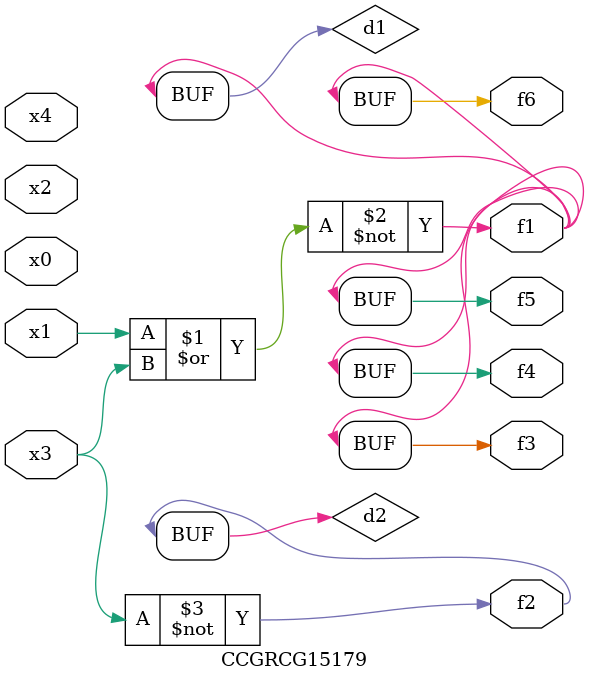
<source format=v>
module CCGRCG15179(
	input x0, x1, x2, x3, x4,
	output f1, f2, f3, f4, f5, f6
);

	wire d1, d2;

	nor (d1, x1, x3);
	not (d2, x3);
	assign f1 = d1;
	assign f2 = d2;
	assign f3 = d1;
	assign f4 = d1;
	assign f5 = d1;
	assign f6 = d1;
endmodule

</source>
